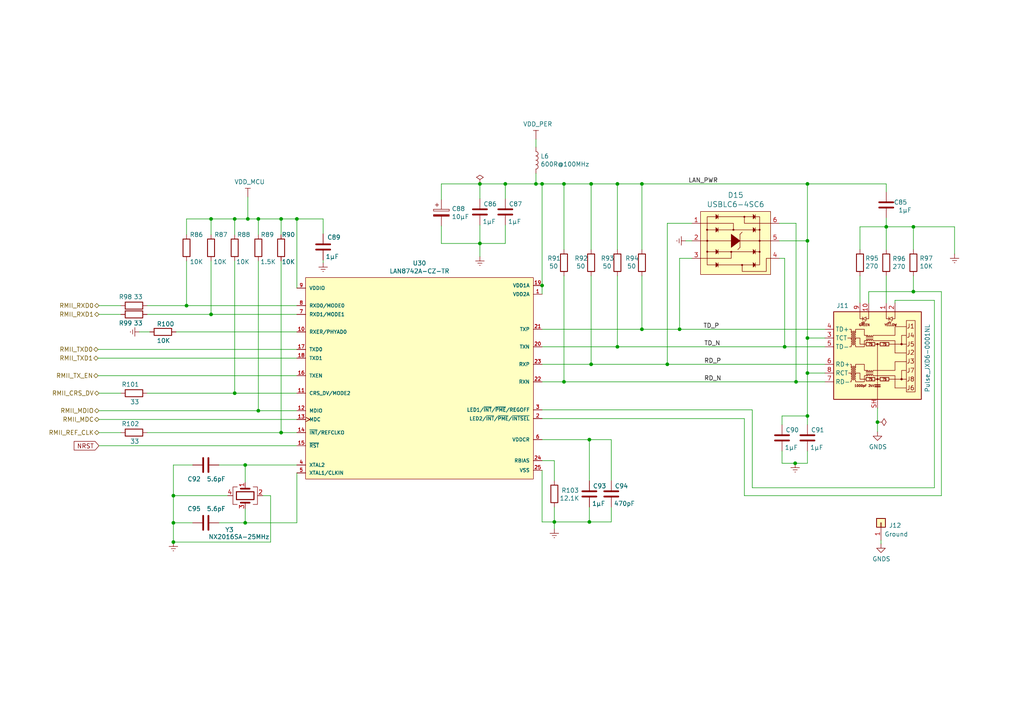
<source format=kicad_sch>
(kicad_sch (version 20211123) (generator eeschema)
  (paper "A4")
  (title_block (title "ШВУ") (date "2021-03-25") (rev "V0.3") (company "ЦВЕТМЕТНАЛАДКА") (comment 1 "Шустов В.И."))
  (lib_symbols
    (symbol "Connector:Pulse_JXD6-0001NL"
      (property "Reference" "J" (at 12.7 13.97 0))
      (property "Value" "Pulse_JXD6-0001NL" (at 10.414 -14.224 0))
      (symbol "Pulse_JXD6-0001NL_0_0"
        (rectangle (start -12.7 12.7) (end 12.7 -12.7) (stroke (width 0.254)) (fill (type background)))
        (polyline (pts (xy -3.302 -6.858) (xy -8.382 -6.858)))
        (polyline (pts (xy -3.302 3.302) (xy -8.382 3.302)))
        (polyline (pts (xy 8.382 -5.08) (xy 7.62 -5.08)))
        (polyline (pts (xy 8.636 5.08) (xy 7.62 5.08)))
        (polyline (pts (xy 1.27 -4.318) (xy -5.08 -4.318) (xy -5.08 -1.778) (xy -8.382 -1.778)))
        (polyline (pts (xy 1.27 5.842) (xy -5.08 5.842) (xy -5.08 8.382) (xy -8.382 8.382)))
        (polyline (pts (xy 3.302 -6.858) (xy 5.08 -6.858) (xy 5.08 -5.08) (xy 6.35 -5.08)))
        (polyline (pts (xy 3.302 3.302) (xy 5.08 3.302) (xy 5.08 5.08) (xy 6.35 5.08)))
        (text "1000pF 2kV" (at 3.81 -8.763 0) (effects (font (size 0.635 0.635))))
        (text "75" (at -2.032 -6.858 0) (effects (font (size 0.635 0.635))))
        (text "75" (at -2.032 3.302 0) (effects (font (size 0.635 0.635))))
        (text "75" (at 2.032 -6.858 0) (effects (font (size 0.635 0.635))))
        (text "75" (at 2.032 3.302 0) (effects (font (size 0.635 0.635))))
        (text "GREEN" (at 3.81 8.89 0) (effects (font (size 0.635 0.635))))
        (text "J1" (at -10.795 8.509 0) (effects (font (size 1.27 1.27)) (justify left)))
        (text "J2" (at -10.795 0.889 0) (effects (font (size 1.27 1.27)) (justify left)))
        (text "J3" (at -10.795 -1.651 0) (effects (font (size 1.27 1.27)) (justify left)))
        (text "J4" (at -10.795 5.842 0) (effects (font (size 1.27 1.27)) (justify left)))
        (text "J5" (at -10.795 3.302 0) (effects (font (size 1.27 1.27)) (justify left)))
        (text "J6" (at -10.795 -9.398 0) (effects (font (size 1.27 1.27)) (justify left)))
        (text "J7" (at -10.795 -4.318 0) (effects (font (size 1.27 1.27)) (justify left)))
        (text "J8" (at -10.795 -6.858 0) (effects (font (size 1.27 1.27)) (justify left)))
        (text "YELLOW" (at -3.81 8.89 0) (effects (font (size 0.635 0.635))))
      )
      (symbol "Pulse_JXD6-0001NL_0_1"
        (rectangle (start -8.382 -10.541) (end -10.922 10.16))
        (circle (center -6.985 -6.858) (radius 0.254) (fill (type outline)))
        (circle (center -6.985 3.302) (radius 0.254) (fill (type outline)))
        (rectangle (start -3.302 -7.366) (end -0.762 -6.35) (stroke (width 0.2032)))
        (rectangle (start -3.302 2.794) (end -0.762 3.81) (stroke (width 0.2032)))
        (circle (center 0 -6.858) (radius 0.254) (fill (type outline)))
        (polyline (pts (xy -5.08 -9.398) (xy -8.255 -9.398)))
        (polyline (pts (xy -5.08 0.762) (xy -8.255 0.762)))
        (polyline (pts (xy -3.556 9.398) (xy -4.064 9.906)))
        (polyline (pts (xy -3.302 11.176) (xy -3.302 10.16)))
        (polyline (pts (xy -3.048 9.398) (xy -3.556 9.906)))
        (polyline (pts (xy -0.762 -9.017) (xy 0.762 -9.017)) (stroke (width 0.3302)))
        (polyline (pts (xy -0.762 -8.509) (xy 0.762 -8.509)) (stroke (width 0.3048)))
        (polyline (pts (xy 0 3.302) (xy -0.762 3.302)))
        (polyline (pts (xy 0.762 -6.858) (xy -0.762 -6.858)))
        (polyline (pts (xy 1.27 -5.334) (xy 3.302 -5.334)))
        (polyline (pts (xy 1.27 4.826) (xy 3.302 4.826)))
        (polyline (pts (xy 3.302 -4.826) (xy 1.27 -4.826)))
        (polyline (pts (xy 3.302 5.334) (xy 1.27 5.334)))
        (polyline (pts (xy 4.064 9.398) (xy 3.556 9.906)))
        (polyline (pts (xy 4.318 11.176) (xy 4.318 10.16)))
        (polyline (pts (xy 4.572 9.398) (xy 4.064 9.906)))
        (polyline (pts (xy 6.858 -3.048) (xy 6.858 -7.112)))
        (polyline (pts (xy 6.858 7.112) (xy 6.858 3.048)))
        (polyline (pts (xy 7.112 -7.112) (xy 7.112 -3.048)))
        (polyline (pts (xy 7.112 3.048) (xy 7.112 7.112)))
        (polyline (pts (xy -6.985 -6.858) (xy -6.985 -4.318) (xy -8.255 -4.318)))
        (polyline (pts (xy -6.985 3.302) (xy -6.985 5.842) (xy -8.255 5.842)))
        (polyline (pts (xy -5.08 12.7) (xy -5.08 10.668) (xy -4.318 10.668)))
        (polyline (pts (xy -3.556 9.652) (xy -3.556 9.398) (xy -3.81 9.398)))
        (polyline (pts (xy -3.048 9.652) (xy -3.048 9.398) (xy -3.302 9.398)))
        (polyline (pts (xy -2.54 12.7) (xy -2.54 10.668) (xy -3.302 10.668)))
        (polyline (pts (xy 0 -12.7) (xy 0 3.302) (xy 0.635 3.302)))
        (polyline (pts (xy 1.27 -5.842) (xy -5.08 -5.842) (xy -5.08 -9.398)))
        (polyline (pts (xy 1.27 4.318) (xy -5.08 4.318) (xy -5.08 0.762)))
        (polyline (pts (xy 2.54 12.7) (xy 2.54 10.668) (xy 3.302 10.668)))
        (polyline (pts (xy 4.064 9.652) (xy 4.064 9.398) (xy 3.81 9.398)))
        (polyline (pts (xy 4.572 9.652) (xy 4.572 9.398) (xy 4.318 9.398)))
        (polyline (pts (xy 5.08 12.7) (xy 5.08 10.668) (xy 4.318 10.668)))
        (polyline (pts (xy 7.62 -7.112) (xy 7.62 -7.62) (xy 7.874 -7.62)))
        (polyline (pts (xy 7.62 -3.048) (xy 7.62 -2.54) (xy 7.874 -2.54)))
        (polyline (pts (xy 7.62 3.048) (xy 7.62 2.54) (xy 8.128 2.54)))
        (polyline (pts (xy 7.62 7.112) (xy 7.62 7.62) (xy 8.128 7.62)))
        (polyline (pts (xy -3.302 10.668) (xy -4.318 11.176) (xy -4.318 10.16) (xy -3.302 10.668)))
        (polyline (pts (xy 4.318 10.668) (xy 3.302 11.176) (xy 3.302 10.16) (xy 4.318 10.668)))
        (polyline (pts (xy 3.302 -4.318) (xy 3.81 -4.318) (xy 3.81 -2.54) (xy 6.35 -2.54) (xy 6.35 -3.048)))
        (polyline (pts (xy 3.302 5.842) (xy 3.81 5.842) (xy 3.81 7.62) (xy 6.35 7.62) (xy 6.35 7.112)))
        (polyline (pts (xy 6.35 -7.112) (xy 6.35 -7.62) (xy 3.81 -7.62) (xy 3.81 -5.842) (xy 3.302 -5.842)))
        (polyline (pts (xy 6.35 3.048) (xy 6.35 2.54) (xy 3.81 2.54) (xy 3.81 4.318) (xy 3.302 4.318)))
        (circle (center 0 3.302) (radius 0.254) (fill (type outline)))
        (rectangle (start 0.762 -7.366) (end 3.302 -6.35) (stroke (width 0.2032)))
        (rectangle (start 0.762 2.794) (end 3.302 3.81) (stroke (width 0.2032)))
        (arc (start 1.27 -4.318) (mid 1.524 -4.572) (end 1.778 -4.318))
        (arc (start 1.27 5.842) (mid 1.524 5.588) (end 1.778 5.842))
        (arc (start 1.778 -5.842) (mid 1.524 -5.588) (end 1.27 -5.842))
        (arc (start 1.778 -4.318) (mid 2.032 -4.572) (end 2.286 -4.318))
        (arc (start 1.778 4.318) (mid 1.524 4.572) (end 1.27 4.318))
        (arc (start 1.778 5.842) (mid 2.032 5.588) (end 2.286 5.842))
        (arc (start 2.286 -5.842) (mid 2.032 -5.588) (end 1.778 -5.842))
        (arc (start 2.286 -4.318) (mid 2.54 -4.572) (end 2.794 -4.318))
        (arc (start 2.286 4.318) (mid 2.032 4.572) (end 1.778 4.318))
        (arc (start 2.286 5.842) (mid 2.54 5.588) (end 2.794 5.842))
        (arc (start 2.794 -5.842) (mid 2.54 -5.588) (end 2.286 -5.842))
        (arc (start 2.794 -4.318) (mid 3.048 -4.572) (end 3.302 -4.318))
        (arc (start 2.794 4.318) (mid 2.54 4.572) (end 2.286 4.318))
        (arc (start 2.794 5.842) (mid 3.048 5.588) (end 3.302 5.842))
        (circle (center 3.048 -5.8674) (radius 0.0762) (stroke (width 0.0254)) (fill (type outline)))
        (circle (center 3.048 -4.2926) (radius 0.0762) (stroke (width 0.0254)) (fill (type outline)))
        (circle (center 3.048 4.2926) (radius 0.0762) (stroke (width 0.0254)) (fill (type outline)))
        (circle (center 3.048 5.8674) (radius 0.0762) (stroke (width 0.0254)) (fill (type outline)))
        (arc (start 3.302 -5.842) (mid 3.048 -5.588) (end 2.794 -5.842))
        (arc (start 3.302 4.318) (mid 3.048 4.572) (end 2.794 4.318))
        (circle (center 6.3246 -5.334) (radius 0.0762) (stroke (width 0.0254)) (fill (type outline)))
        (circle (center 6.3246 -3.302) (radius 0.0762) (stroke (width 0.0254)) (fill (type outline)))
        (circle (center 6.3246 4.826) (radius 0.0762) (stroke (width 0.0254)) (fill (type outline)))
        (circle (center 6.3246 6.858) (radius 0.0762) (stroke (width 0.0254)) (fill (type outline)))
        (arc (start 6.35 -7.112) (mid 6.604 -6.858) (end 6.35 -6.604))
        (arc (start 6.35 -6.604) (mid 6.604 -6.35) (end 6.35 -6.096))
        (arc (start 6.35 -6.096) (mid 6.604 -5.842) (end 6.35 -5.588))
        (arc (start 6.35 -5.588) (mid 6.604 -5.334) (end 6.35 -5.08))
        (arc (start 6.35 -5.08) (mid 6.604 -4.826) (end 6.35 -4.572))
        (arc (start 6.35 -4.572) (mid 6.604 -4.318) (end 6.35 -4.064))
        (arc (start 6.35 -4.064) (mid 6.604 -3.81) (end 6.35 -3.556))
        (arc (start 6.35 -3.556) (mid 6.604 -3.302) (end 6.35 -3.048))
        (arc (start 6.35 3.048) (mid 6.604 3.302) (end 6.35 3.556))
        (arc (start 6.35 3.556) (mid 6.604 3.81) (end 6.35 4.064))
        (arc (start 6.35 4.064) (mid 6.604 4.318) (end 6.35 4.572))
        (arc (start 6.35 4.572) (mid 6.604 4.826) (end 6.35 5.08))
        (arc (start 6.35 5.08) (mid 6.604 5.334) (end 6.35 5.588))
        (arc (start 6.35 5.588) (mid 6.604 5.842) (end 6.35 6.096))
        (arc (start 6.35 6.096) (mid 6.604 6.35) (end 6.35 6.604))
        (arc (start 6.35 6.604) (mid 6.604 6.858) (end 6.35 7.112))
        (arc (start 7.62 -6.604) (mid 7.366 -6.858) (end 7.62 -7.112))
        (arc (start 7.62 -6.096) (mid 7.366 -6.35) (end 7.62 -6.604))
        (arc (start 7.62 -5.588) (mid 7.366 -5.842) (end 7.62 -6.096))
        (arc (start 7.62 -5.08) (mid 7.366 -5.334) (end 7.62 -5.588))
        (arc (start 7.62 -4.572) (mid 7.366 -4.826) (end 7.62 -5.08))
        (arc (start 7.62 -4.064) (mid 7.366 -4.318) (end 7.62 -4.572))
        (arc (start 7.62 -3.556) (mid 7.366 -3.81) (end 7.62 -4.064))
        (arc (start 7.62 -3.048) (mid 7.366 -3.302) (end 7.62 -3.556))
        (arc (start 7.62 3.556) (mid 7.366 3.302) (end 7.62 3.048))
        (arc (start 7.62 4.064) (mid 7.366 3.81) (end 7.62 3.556))
        (arc (start 7.62 4.572) (mid 7.366 4.318) (end 7.62 4.064))
        (arc (start 7.62 5.08) (mid 7.366 4.826) (end 7.62 4.572))
        (arc (start 7.62 5.588) (mid 7.366 5.334) (end 7.62 5.08))
        (arc (start 7.62 6.096) (mid 7.366 5.842) (end 7.62 5.588))
        (arc (start 7.62 6.604) (mid 7.366 6.35) (end 7.62 6.096))
        (arc (start 7.62 7.112) (mid 7.366 6.858) (end 7.62 6.604))
        (circle (center 7.6454 -5.334) (radius 0.0762) (stroke (width 0.0254)) (fill (type outline)))
        (circle (center 7.6454 -3.302) (radius 0.0762) (stroke (width 0.0254)) (fill (type outline)))
        (circle (center 7.6454 4.826) (radius 0.0762) (stroke (width 0.0254)) (fill (type outline)))
        (circle (center 7.6454 6.858) (radius 0.0762) (stroke (width 0.0254)) (fill (type outline)))
      )
      (symbol "Pulse_JXD6-0001NL_1_1"
        (pin passive line (at -2.54 15.24 270) (length 2.54) (name "~") (number "1"))
        (pin passive line (at 2.54 15.24 270) (length 2.54) (name "~") (number "10"))
        (pin passive line (at -5.08 15.24 270) (length 2.54) (name "~") (number "2"))
        (pin passive line (at 15.24 5.08 180) (length 2.54) (name "TCT") (number "3"))
        (pin passive line (at 15.24 7.62 180) (length 2.54) (name "TD+") (number "4"))
        (pin passive line (at 15.24 2.54 180) (length 2.54) (name "TD-") (number "5"))
        (pin passive line (at 15.24 -2.54 180) (length 2.54) (name "RD+") (number "6"))
        (pin passive line (at 15.24 -7.62 180) (length 2.54) (name "RD-") (number "7"))
        (pin passive line (at 15.24 -5.08 180) (length 2.54) (name "RCT") (number "8"))
        (pin passive line (at 5.08 15.24 270) (length 2.54) (name "~") (number "9"))
        (pin passive line (at 0 -15.24 90) (length 2.54) (name "~") (number "SH"))
      )
    )
    (symbol "Connector_Generic:Conn_01x01" (pin_names (offset 1.016) hide)
      (property "Reference" "J" (at 0 2.54 0))
      (property "Value" "Conn_01x01" (at 0 -2.54 0))
      (symbol "Conn_01x01_1_1"
        (rectangle (start -1.27 0.127) (end 0 -0.127) (stroke (width 0.1524)))
        (rectangle (start -1.27 1.27) (end 1.27 -1.27) (stroke (width 0.254)) (fill (type background)))
        (pin passive line (at -5.08 0 0) (length 3.81) (name "Pin_1") (number "1"))
      )
    )
    (symbol "Device:C" (pin_numbers hide) (pin_names (offset 0.254))
      (property "Reference" "C" (at 0.635 2.54 0))
      (property "Value" "C" (at 0.635 -2.54 0))
      (symbol "C_0_1"
        (polyline (pts (xy -2.032 -0.762) (xy 2.032 -0.762)) (stroke (width 0.508)))
        (polyline (pts (xy -2.032 0.762) (xy 2.032 0.762)) (stroke (width 0.508)))
      )
      (symbol "C_1_1"
        (pin passive line (at 0 3.81 270) (length 2.794) (name "~") (number "1"))
        (pin passive line (at 0 -3.81 90) (length 2.794) (name "~") (number "2"))
      )
    )
    (symbol "Device:CP" (pin_numbers hide) (pin_names (offset 0.254))
      (property "Reference" "C" (at 0.635 2.54 0))
      (property "Value" "Device_CP" (at 0.635 -2.54 0))
      (symbol "CP_0_1"
        (rectangle (start -2.286 0.508) (end 2.286 1.016))
        (polyline (pts (xy -1.778 2.286) (xy -0.762 2.286)))
        (polyline (pts (xy -1.27 2.794) (xy -1.27 1.778)))
        (rectangle (start 2.286 -0.508) (end -2.286 -1.016) (fill (type outline)))
      )
      (symbol "CP_1_1"
        (pin passive line (at 0 3.81 270) (length 2.794) (name "~") (number "1"))
        (pin passive line (at 0 -3.81 90) (length 2.794) (name "~") (number "2"))
      )
    )
    (symbol "Device:Crystal_GND24" (pin_names (offset 1.016) hide)
      (property "Reference" "Y" (at 3.175 5.08 0))
      (property "Value" "Crystal_GND24" (at 3.175 3.175 0))
      (symbol "Crystal_GND24_0_1"
        (rectangle (start -1.143 2.54) (end 1.143 -2.54) (stroke (width 0.3048)))
        (polyline (pts (xy -2.54 0) (xy -2.032 0)))
        (polyline (pts (xy -2.032 -1.27) (xy -2.032 1.27)) (stroke (width 0.508)))
        (polyline (pts (xy 0 -3.81) (xy 0 -3.556)))
        (polyline (pts (xy 0 3.556) (xy 0 3.81)))
        (polyline (pts (xy 2.032 -1.27) (xy 2.032 1.27)) (stroke (width 0.508)))
        (polyline (pts (xy 2.032 0) (xy 2.54 0)))
        (polyline (pts (xy -2.54 -2.286) (xy -2.54 -3.556) (xy 2.54 -3.556) (xy 2.54 -2.286)))
        (polyline (pts (xy -2.54 2.286) (xy -2.54 3.556) (xy 2.54 3.556) (xy 2.54 2.286)))
      )
      (symbol "Crystal_GND24_1_1"
        (pin passive line (at -3.81 0 0) (length 1.27) (name "1") (number "1"))
        (pin passive line (at 0 5.08 270) (length 1.27) (name "2") (number "2"))
        (pin passive line (at 3.81 0 180) (length 1.27) (name "3") (number "3"))
        (pin passive line (at 0 -5.08 90) (length 1.27) (name "4") (number "4"))
      )
    )
    (symbol "Device:L" (pin_numbers hide) (pin_names (offset 1.016) hide)
      (property "Reference" "L" (at -1.27 0 90))
      (property "Value" "L" (at 1.905 0 90))
      (symbol "L_0_1"
        (arc (start 0 -2.54) (mid 0.635 -1.905) (end 0 -1.27))
        (arc (start 0 -1.27) (mid 0.635 -0.635) (end 0 0))
        (arc (start 0 0) (mid 0.635 0.635) (end 0 1.27))
        (arc (start 0 1.27) (mid 0.635 1.905) (end 0 2.54))
      )
      (symbol "L_1_1"
        (pin passive line (at 0 3.81 270) (length 1.27) (name "1") (number "1"))
        (pin passive line (at 0 -3.81 90) (length 1.27) (name "2") (number "2"))
      )
    )
    (symbol "Device:R" (pin_numbers hide) (pin_names (offset 0))
      (property "Reference" "R" (at 2.032 0 90))
      (property "Value" "R" (at 0 0 90))
      (symbol "R_0_1"
        (rectangle (start -1.016 -2.54) (end 1.016 2.54) (stroke (width 0.254)))
      )
      (symbol "R_1_1"
        (pin passive line (at 0 3.81 270) (length 1.27) (name "~") (number "1"))
        (pin passive line (at 0 -3.81 90) (length 1.27) (name "~") (number "2"))
      )
    )
    (symbol "SVIELCOM_Library:VDD_MCU" (power) (pin_names (offset 0))
      (property "Value" "SVIELCOM_Library_VDD_MCU" (at 0 3.81 0))
      (symbol "VDD_MCU_0_1"
        (polyline (pts (xy -0.762 2.54) (xy 0 2.54)))
        (polyline (pts (xy 0 0) (xy 0 2.54)))
        (polyline (pts (xy 0 2.54) (xy 0.762 2.54)))
      )
      (symbol "VDD_MCU_1_1"
        (pin power_in line (at 0 0 90) (length 0) hide (name "VDD_MCU") (number "1"))
      )
    )
    (symbol "SVIELCOM_Library:VDD_PER" (power) (pin_names (offset 0))
      (property "Value" "SVIELCOM_Library_VDD_PER" (at 0 3.81 0))
      (symbol "VDD_PER_0_1"
        (polyline (pts (xy -0.762 2.54) (xy 0 2.54)))
        (polyline (pts (xy 0 0) (xy 0 2.54)))
        (polyline (pts (xy 0 2.54) (xy 0.762 2.54)))
      )
      (symbol "VDD_PER_1_1"
        (pin power_in line (at 0 0 90) (length 0) hide (name "VDD_PER") (number "1"))
      )
    )
    (symbol "Schema_and_PCB-rescue:LAN8742A-CZ-TR-Interface_Ethernet-Схема-и-печатная-плата-rescue" (pin_names (offset 1.016))
      (property "Reference" "U" (at 0 5.08 0))
      (property "Value" "LAN8742A-CZ-TR-Interface_Ethernet-Схема-и-печатная-плата-rescue" (at 0 7.62 0))
      (symbol "LAN8742A-CZ-TR-Interface_Ethernet-Схема-и-печатная-плата-rescue_1_1"
        (rectangle (start 5.08 2.54) (end 71.12 -55.88) (fill (type background)))
        (pin power_in line (at 73.66 -2.286 180) (length 2.54) (name "VDD2A") (number "1"))
        (pin bidirectional line (at 2.54 -13.208 0) (length 2.54) (name "RXER/PHYAD0") (number "10"))
        (pin bidirectional line (at 2.54 -30.988 0) (length 2.54) (name "CRS_DV/MODE2") (number "11"))
        (pin bidirectional line (at 2.54 -36.068 0) (length 2.54) (name "MDIO") (number "12"))
        (pin input clock (at 2.54 -38.608 0) (length 2.54) (name "MDC") (number "13"))
        (pin output line (at 2.54 -42.418 0) (length 2.54) (name "~{INT}/REFCLKO") (number "14"))
        (pin input line (at 2.54 -46.228 0) (length 2.54) (name "~{RST}") (number "15"))
        (pin input line (at 2.54 -25.908 0) (length 2.54) (name "TXEN") (number "16"))
        (pin input line (at 2.54 -18.288 0) (length 2.54) (name "TXD0") (number "17"))
        (pin input line (at 2.54 -20.828 0) (length 2.54) (name "TXD1") (number "18"))
        (pin power_in line (at 73.66 0.254 180) (length 2.54) (name "VDD1A") (number "19"))
        (pin bidirectional line (at 73.66 -38.354 180) (length 2.54) (name "LED2/~{INT}/~{PME}/~{INTSEL}") (number "2"))
        (pin output line (at 73.66 -17.526 180) (length 2.54) (name "TXN") (number "20"))
        (pin output line (at 73.66 -12.446 180) (length 2.54) (name "TXP") (number "21"))
        (pin input line (at 73.66 -27.686 180) (length 2.54) (name "RXN") (number "22"))
        (pin input line (at 73.66 -22.606 180) (length 2.54) (name "RXP") (number "23"))
        (pin passive line (at 73.66 -50.546 180) (length 2.54) (name "RBIAS") (number "24"))
        (pin power_in line (at 73.66 -53.34 180) (length 2.54) (name "VSS") (number "25"))
        (pin bidirectional line (at 73.66 -35.814 180) (length 2.54) (name "LED1/~{INT}/~{PME}/REGOFF") (number "3"))
        (pin output line (at 2.54 -51.816 0) (length 2.54) (name "XTAL2") (number "4"))
        (pin input line (at 2.54 -54.102 0) (length 2.54) (name "XTAL1/CLKIN") (number "5"))
        (pin power_out line (at 73.66 -44.45 180) (length 2.54) (name "VDDCR") (number "6"))
        (pin bidirectional line (at 2.54 -8.128 0) (length 2.54) (name "RXD1/MODE1") (number "7"))
        (pin bidirectional line (at 2.54 -5.588 0) (length 2.54) (name "RXD0/MODE0") (number "8"))
        (pin power_in line (at 2.54 -0.508 0) (length 2.54) (name "VDDIO") (number "9"))
      )
    )
    (symbol "dk_TVS-Diodes:USBLC6-4SC6" (pin_names (offset 1.016))
      (property "Reference" "D15" (at 0 13.2588 0))
      (property "Value" "USBLC6-4SC6" (at 0 10.5664 0))
      (symbol "USBLC6-4SC6_0_1"
        (rectangle (start -10.16 8.509) (end 10.16 -9.779) (fill (type background)))
        (circle (center -8.2804 3.2004) (radius 0.2032) (fill (type outline)))
        (circle (center -8.2296 -3.1496) (radius 0.2032) (fill (type outline)))
        (circle (center -8.2296 0) (radius 0.2032) (fill (type outline)))
        (circle (center -1.27 -3.2004) (radius 0.2032) (fill (type outline)))
        (circle (center -0.635 3.2004) (radius 0.2032) (fill (type outline)))
        (polyline (pts (xy -5.715 -3.175) (xy -8.255 -3.175)))
        (polyline (pts (xy -5.715 3.175) (xy -8.255 3.175)))
        (polyline (pts (xy -5.08 -6.985) (xy 5.08 -6.985)))
        (polyline (pts (xy -5.08 -6.35) (xy -5.08 -7.62)))
        (polyline (pts (xy -5.08 -3.175) (xy 5.08 -3.175)))
        (polyline (pts (xy -5.08 -2.54) (xy -5.08 -3.81)))
        (polyline (pts (xy -5.08 3.175) (xy 5.08 3.175)))
        (polyline (pts (xy -5.08 3.81) (xy -5.08 2.54)))
        (polyline (pts (xy -5.08 6.985) (xy 5.08 6.985)))
        (polyline (pts (xy -5.08 7.62) (xy -5.08 6.35)))
        (polyline (pts (xy 1.27 -1.905) (xy 0.635 -2.54)))
        (polyline (pts (xy 1.27 1.905) (xy 1.27 -1.905)))
        (polyline (pts (xy 1.27 1.905) (xy 1.905 2.54)))
        (polyline (pts (xy 5.715 -6.35) (xy 5.715 -7.62)))
        (polyline (pts (xy 5.715 -3.175) (xy 6.985 -3.175)))
        (polyline (pts (xy 5.715 -2.54) (xy 5.715 -3.81)))
        (polyline (pts (xy 5.715 3.175) (xy 6.985 3.175)))
        (polyline (pts (xy 5.715 3.81) (xy 5.715 2.54)))
        (polyline (pts (xy 5.715 6.35) (xy 5.715 6.35)))
        (polyline (pts (xy 5.715 7.62) (xy 5.715 6.35)))
        (polyline (pts (xy 6.985 0) (xy 1.27 0)))
        (polyline (pts (xy 6.985 3.175) (xy 6.985 3.175)))
        (polyline (pts (xy 10.16 0) (xy 6.985 0)))
        (polyline (pts (xy -10.16 -5.08) (xy -1.27 -5.08) (xy -1.27 -3.175)))
        (polyline (pts (xy -10.16 0) (xy -8.255 0) (xy -1.27 0)))
        (polyline (pts (xy -10.16 5.08) (xy -0.635 5.08) (xy -0.635 3.175)))
        (polyline (pts (xy 10.16 5.08) (xy 2.54 5.08) (xy 2.54 6.985)))
        (polyline (pts (xy -5.715 -6.35) (xy -5.715 -7.62) (xy -5.08 -6.985) (xy -5.715 -6.35)) (fill (type outline)))
        (polyline (pts (xy -5.715 -2.54) (xy -5.715 -3.81) (xy -5.08 -3.175) (xy -5.715 -2.54)) (fill (type outline)))
        (polyline (pts (xy -5.715 3.81) (xy -5.715 2.54) (xy -5.08 3.175) (xy -5.715 3.81)) (fill (type outline)))
        (polyline (pts (xy -5.715 7.62) (xy -5.715 6.35) (xy -5.08 6.985) (xy -5.715 7.62)) (fill (type outline)))
        (polyline (pts (xy -1.27 1.905) (xy -1.27 -1.905) (xy 1.27 0) (xy -1.27 1.905)) (fill (type outline)))
        (polyline (pts (xy 5.08 -6.35) (xy 5.08 -7.62) (xy 5.715 -6.985) (xy 5.08 -6.35)) (fill (type outline)))
        (polyline (pts (xy 5.08 -2.54) (xy 5.08 -3.81) (xy 5.715 -3.175) (xy 5.08 -2.54)) (fill (type outline)))
        (polyline (pts (xy 5.08 3.81) (xy 5.08 2.54) (xy 5.715 3.175) (xy 5.08 3.81)) (fill (type outline)))
        (polyline (pts (xy 5.08 7.62) (xy 5.08 6.35) (xy 5.715 6.985) (xy 5.08 7.62)) (fill (type outline)))
        (polyline (pts (xy 10.16 -5.08) (xy 8.89 -5.08) (xy 8.89 -8.89) (xy 1.905 -8.89) (xy 1.905 -6.985)))
        (circle (center 1.8796 -7.0104) (radius 0.2032) (fill (type outline)))
        (circle (center 2.54 6.9596) (radius 0.2032) (fill (type outline)))
        (circle (center 6.9596 -3.2004) (radius 0.2032) (fill (type outline)))
        (circle (center 6.9596 0) (radius 0.2032) (fill (type outline)))
        (circle (center 6.9596 3.2004) (radius 0.2032) (fill (type outline)))
      )
      (symbol "USBLC6-4SC6_1_1"
        (polyline (pts (xy -5.715 6.985) (xy -8.255 6.985) (xy -8.255 -6.985) (xy -5.715 -6.985)))
        (polyline (pts (xy 5.715 -6.985) (xy 6.985 -6.985) (xy 6.985 6.985) (xy 5.715 6.985)))
        (pin input line (at -12.7 5.08 0) (length 2.54) (name "~") (number "1"))
        (pin power_in line (at -12.7 0 0) (length 2.54) (name "~") (number "2"))
        (pin input line (at -12.7 -5.08 0) (length 2.54) (name "~") (number "3"))
        (pin input line (at 12.7 -5.08 180) (length 2.54) (name "~") (number "4"))
        (pin power_in line (at 12.7 0 180) (length 2.54) (name "~") (number "5"))
        (pin input line (at 12.7 5.08 180) (length 2.54) (name "~") (number "6"))
      )
    )
    (symbol "power:GNDREF" (power) (pin_names (offset 0))
      (property "Value" "GNDREF" (at 0 -3.81 0))
      (symbol "GNDREF_0_1"
        (polyline (pts (xy -0.635 -1.905) (xy 0.635 -1.905)))
        (polyline (pts (xy -0.127 -2.54) (xy 0.127 -2.54)))
        (polyline (pts (xy 0 -1.27) (xy 0 0)))
        (polyline (pts (xy 1.27 -1.27) (xy -1.27 -1.27)))
      )
      (symbol "GNDREF_1_1"
        (pin power_in line (at 0 0 270) (length 0) hide (name "GNDREF") (number "1"))
      )
    )
    (symbol "power:GNDS" (power) (pin_names (offset 0))
      (property "Value" "GNDS" (at 0 -3.81 0))
      (symbol "GNDS_0_1"
        (polyline (pts (xy 0 0) (xy 0 -1.27) (xy 1.27 -1.27) (xy 0 -2.54) (xy -1.27 -1.27) (xy 0 -1.27)))
      )
      (symbol "GNDS_1_1"
        (pin power_in line (at 0 0 270) (length 0) hide (name "GNDS") (number "1"))
      )
    )
    (symbol "power:PWR_FLAG" (power) (pin_numbers hide) (pin_names (offset 0) hide)
      (property "Value" "PWR_FLAG" (at 0 3.81 0))
      (symbol "PWR_FLAG_0_0"
        (pin power_out line (at 0 0 90) (length 0) (name "pwr") (number "1"))
      )
      (symbol "PWR_FLAG_0_1"
        (polyline (pts (xy 0 0) (xy 0 1.27) (xy -1.016 1.905) (xy 0 2.54) (xy 1.016 1.905) (xy 0 1.27)))
      )
    )
  )
  (junction (at 227.584 100.584))
  (junction (at 163.576 110.744))
  (junction (at 74.93 63.5))
  (junction (at 234.188 69.85))
  (junction (at 163.576 53.34))
  (junction (at 234.188 108.204))
  (junction (at 86.106 63.5))
  (junction (at 139.192 53.34))
  (junction (at 155.448 53.34))
  (junction (at 234.188 53.34))
  (junction (at 61.214 63.5))
  (junction (at 193.548 105.664))
  (junction (at 234.188 98.044))
  (junction (at 68.072 63.5))
  (junction (at 230.886 110.744))
  (junction (at 71.12 151.638))
  (junction (at 254.508 122.428))
  (junction (at 257.048 65.786))
  (junction (at 61.214 91.186))
  (junction (at 81.534 63.5))
  (junction (at 71.882 63.5))
  (junction (at 54.102 88.646))
  (junction (at 171.45 53.34))
  (junction (at 139.192 70.612))
  (junction (at 50.292 143.764))
  (junction (at 264.922 84.582))
  (junction (at 81.534 125.476))
  (junction (at 179.07 53.34))
  (junction (at 68.072 114.046))
  (junction (at 157.226 82.804))
  (junction (at 197.104 95.504))
  (junction (at 230.632 134.366))
  (junction (at 170.942 127.508))
  (junction (at 160.782 151.384))
  (junction (at 186.182 53.34))
  (junction (at 179.07 100.584))
  (junction (at 146.558 53.34))
  (junction (at 186.182 95.504))
  (junction (at 71.12 134.874))
  (junction (at 50.292 157.226))
  (junction (at 74.93 119.126))
  (junction (at 234.188 120.65))
  (junction (at 264.922 65.786))
  (junction (at 171.45 105.664))
  (junction (at 50.292 151.638))
  (junction (at 157.226 53.34))
  (junction (at 170.942 151.384))
  (wire (pts (xy 128.016 53.34) (xy 139.192 53.34)))
  (wire (pts (xy 157.226 127.508) (xy 170.942 127.508)))
  (wire (pts (xy 54.102 88.646) (xy 86.106 88.646)))
  (wire (pts (xy 155.448 50.292) (xy 155.448 53.34)))
  (wire (pts (xy 257.048 80.01) (xy 257.048 87.884)))
  (wire (pts (xy 74.93 119.126) (xy 86.106 119.126)))
  (wire (pts (xy 28.448 101.346) (xy 86.106 101.346)))
  (wire (pts (xy 226.06 64.77) (xy 230.886 64.77)))
  (wire (pts (xy 179.07 53.34) (xy 171.45 53.34)))
  (wire (pts (xy 155.448 53.34) (xy 157.226 53.34)))
  (wire (pts (xy 226.822 134.366) (xy 230.632 134.366)))
  (wire (pts (xy 273.05 84.582) (xy 273.05 143.764)))
  (wire (pts (xy 42.672 125.476) (xy 81.534 125.476)))
  (wire (pts (xy 42.672 88.646) (xy 54.102 88.646)))
  (wire (pts (xy 157.226 133.604) (xy 160.782 133.604)))
  (wire (pts (xy 193.548 105.664) (xy 239.268 105.664)))
  (wire (pts (xy 74.93 63.5) (xy 81.534 63.5)))
  (wire (pts (xy 157.226 53.34) (xy 163.576 53.34)))
  (wire (pts (xy 128.016 70.612) (xy 139.192 70.612)))
  (wire (pts (xy 200.66 64.77) (xy 193.548 64.77)))
  (wire (pts (xy 197.104 95.504) (xy 239.268 95.504)))
  (wire (pts (xy 86.106 103.886) (xy 28.448 103.886)))
  (wire (pts (xy 81.534 68.072) (xy 81.534 63.5)))
  (wire (pts (xy 139.192 74.422) (xy 139.192 70.612)))
  (wire (pts (xy 28.448 108.966) (xy 86.106 108.966)))
  (wire (pts (xy 146.558 70.612) (xy 146.558 65.278)))
  (wire (pts (xy 160.782 151.384) (xy 170.942 151.384)))
  (wire (pts (xy 54.102 63.5) (xy 61.214 63.5)))
  (wire (pts (xy 264.922 72.39) (xy 264.922 65.786)))
  (wire (pts (xy 226.06 74.93) (xy 227.584 74.93)))
  (wire (pts (xy 226.06 69.85) (xy 234.188 69.85)))
  (wire (pts (xy 139.192 53.34) (xy 146.558 53.34)))
  (wire (pts (xy 257.048 65.786) (xy 257.048 72.39)))
  (wire (pts (xy 157.226 85.344) (xy 157.226 82.804)))
  (wire (pts (xy 239.268 98.044) (xy 234.188 98.044)))
  (wire (pts (xy 160.782 153.416) (xy 160.782 151.384)))
  (wire (pts (xy 234.188 53.34) (xy 234.188 69.85)))
  (wire (pts (xy 78.486 143.764) (xy 78.486 157.226)))
  (wire (pts (xy 179.07 100.584) (xy 227.584 100.584)))
  (wire (pts (xy 276.86 73.66) (xy 276.86 65.786)))
  (wire (pts (xy 230.886 64.77) (xy 230.886 110.744)))
  (wire (pts (xy 93.726 75.438) (xy 93.726 76.2)))
  (wire (pts (xy 61.214 91.186) (xy 86.106 91.186)))
  (wire (pts (xy 171.45 105.664) (xy 193.548 105.664)))
  (wire (pts (xy 71.12 151.638) (xy 71.12 147.574)))
  (wire (pts (xy 226.822 120.65) (xy 234.188 120.65)))
  (wire (pts (xy 259.588 87.122) (xy 259.588 87.884)))
  (wire (pts (xy 50.292 143.764) (xy 50.292 151.638)))
  (wire (pts (xy 264.922 84.582) (xy 273.05 84.582)))
  (wire (pts (xy 234.188 53.34) (xy 186.182 53.34)))
  (wire (pts (xy 128.016 57.912) (xy 128.016 53.34)))
  (wire (pts (xy 28.702 91.186) (xy 35.052 91.186)))
  (wire (pts (xy 42.672 91.186) (xy 61.214 91.186)))
  (wire (pts (xy 276.86 65.786) (xy 264.922 65.786)))
  (wire (pts (xy 163.576 53.34) (xy 163.576 72.39)))
  (wire (pts (xy 177.292 151.384) (xy 177.292 147.066)))
  (wire (pts (xy 40.386 96.266) (xy 43.434 96.266)))
  (wire (pts (xy 257.048 55.626) (xy 257.048 53.34)))
  (wire (pts (xy 234.188 134.366) (xy 234.188 130.81)))
  (wire (pts (xy 50.292 134.874) (xy 50.292 143.764)))
  (wire (pts (xy 257.048 63.246) (xy 257.048 65.786)))
  (wire (pts (xy 28.702 129.286) (xy 86.106 129.286)))
  (wire (pts (xy 61.214 63.5) (xy 68.072 63.5)))
  (wire (pts (xy 163.576 110.744) (xy 230.886 110.744)))
  (wire (pts (xy 71.882 57.15) (xy 71.882 63.5)))
  (wire (pts (xy 54.102 68.072) (xy 54.102 63.5)))
  (wire (pts (xy 186.182 53.34) (xy 179.07 53.34)))
  (wire (pts (xy 226.822 130.81) (xy 226.822 134.366)))
  (wire (pts (xy 254.508 122.428) (xy 254.508 118.364)))
  (wire (pts (xy 146.558 57.658) (xy 146.558 53.34)))
  (wire (pts (xy 50.292 143.764) (xy 66.04 143.764)))
  (wire (pts (xy 157.226 82.804) (xy 157.226 53.34)))
  (wire (pts (xy 51.054 96.266) (xy 86.106 96.266)))
  (wire (pts (xy 28.702 114.046) (xy 35.052 114.046)))
  (wire (pts (xy 157.226 100.584) (xy 179.07 100.584)))
  (wire (pts (xy 160.782 133.604) (xy 160.782 139.446)))
  (wire (pts (xy 271.018 141.478) (xy 271.018 87.122)))
  (wire (pts (xy 157.226 151.384) (xy 160.782 151.384)))
  (wire (pts (xy 28.702 119.126) (xy 74.93 119.126)))
  (wire (pts (xy 215.9 121.412) (xy 157.226 121.412)))
  (wire (pts (xy 160.782 151.384) (xy 160.782 147.066)))
  (wire (pts (xy 264.922 80.01) (xy 264.922 84.582)))
  (wire (pts (xy 163.576 80.01) (xy 163.576 110.744)))
  (wire (pts (xy 81.534 75.692) (xy 81.534 125.476)))
  (wire (pts (xy 251.968 84.582) (xy 264.922 84.582)))
  (wire (pts (xy 63.5 134.874) (xy 71.12 134.874)))
  (wire (pts (xy 28.702 88.646) (xy 35.052 88.646)))
  (wire (pts (xy 157.226 95.504) (xy 186.182 95.504)))
  (wire (pts (xy 155.448 40.386) (xy 155.448 42.672)))
  (wire (pts (xy 227.584 74.93) (xy 227.584 100.584)))
  (wire (pts (xy 50.292 157.226) (xy 78.486 157.226)))
  (wire (pts (xy 179.07 72.39) (xy 179.07 53.34)))
  (wire (pts (xy 157.226 105.664) (xy 171.45 105.664)))
  (wire (pts (xy 61.214 75.692) (xy 61.214 91.186)))
  (wire (pts (xy 50.292 151.638) (xy 55.88 151.638)))
  (wire (pts (xy 157.226 118.872) (xy 218.186 118.872)))
  (wire (pts (xy 86.106 83.566) (xy 86.106 63.5)))
  (wire (pts (xy 273.05 143.764) (xy 215.9 143.764)))
  (wire (pts (xy 86.106 63.5) (xy 93.726 63.5)))
  (wire (pts (xy 74.93 68.072) (xy 74.93 63.5)))
  (wire (pts (xy 257.048 53.34) (xy 234.188 53.34)))
  (wire (pts (xy 179.07 80.01) (xy 179.07 100.584)))
  (wire (pts (xy 68.072 75.692) (xy 68.072 114.046)))
  (wire (pts (xy 255.524 156.718) (xy 255.524 157.734)))
  (wire (pts (xy 71.882 63.5) (xy 74.93 63.5)))
  (wire (pts (xy 234.188 98.044) (xy 234.188 108.204)))
  (wire (pts (xy 227.584 100.584) (xy 239.268 100.584)))
  (wire (pts (xy 139.192 65.278) (xy 139.192 70.612)))
  (wire (pts (xy 170.942 127.508) (xy 177.292 127.508)))
  (wire (pts (xy 50.292 157.226) (xy 50.292 151.638)))
  (wire (pts (xy 170.942 139.446) (xy 170.942 127.508)))
  (wire (pts (xy 157.226 136.398) (xy 157.226 151.384)))
  (wire (pts (xy 54.102 75.692) (xy 54.102 88.646)))
  (wire (pts (xy 251.968 84.582) (xy 251.968 87.884)))
  (wire (pts (xy 139.192 57.658) (xy 139.192 53.34)))
  (wire (pts (xy 68.072 63.5) (xy 71.882 63.5)))
  (wire (pts (xy 68.072 68.072) (xy 68.072 63.5)))
  (wire (pts (xy 171.45 53.34) (xy 163.576 53.34)))
  (wire (pts (xy 171.45 80.01) (xy 171.45 105.664)))
  (wire (pts (xy 249.428 72.39) (xy 249.428 65.786)))
  (wire (pts (xy 271.018 87.122) (xy 259.588 87.122)))
  (wire (pts (xy 86.106 137.16) (xy 86.106 151.638)))
  (wire (pts (xy 234.188 108.204) (xy 234.188 120.65)))
  (wire (pts (xy 197.104 74.93) (xy 197.104 95.504)))
  (wire (pts (xy 61.214 68.072) (xy 61.214 63.5)))
  (wire (pts (xy 226.822 123.19) (xy 226.822 120.65)))
  (wire (pts (xy 264.922 65.786) (xy 257.048 65.786)))
  (wire (pts (xy 200.66 74.93) (xy 197.104 74.93)))
  (wire (pts (xy 186.182 80.01) (xy 186.182 95.504)))
  (wire (pts (xy 234.188 120.65) (xy 234.188 123.19)))
  (wire (pts (xy 249.428 65.786) (xy 257.048 65.786)))
  (wire (pts (xy 81.534 125.476) (xy 86.106 125.476)))
  (wire (pts (xy 157.226 110.744) (xy 163.576 110.744)))
  (wire (pts (xy 193.548 64.77) (xy 193.548 105.664)))
  (wire (pts (xy 74.93 75.692) (xy 74.93 119.126)))
  (wire (pts (xy 230.632 134.366) (xy 234.188 134.366)))
  (wire (pts (xy 71.12 134.874) (xy 86.106 134.874)))
  (wire (pts (xy 186.182 72.39) (xy 186.182 53.34)))
  (wire (pts (xy 81.534 63.5) (xy 86.106 63.5)))
  (wire (pts (xy 254.508 125.222) (xy 254.508 122.428)))
  (wire (pts (xy 28.702 125.476) (xy 35.052 125.476)))
  (wire (pts (xy 215.9 143.764) (xy 215.9 121.412)))
  (wire (pts (xy 68.072 114.046) (xy 86.106 114.046)))
  (wire (pts (xy 28.702 121.666) (xy 86.106 121.666)))
  (wire (pts (xy 42.672 114.046) (xy 68.072 114.046)))
  (wire (pts (xy 218.186 118.872) (xy 218.186 141.478)))
  (wire (pts (xy 234.188 69.85) (xy 234.188 98.044)))
  (wire (pts (xy 234.188 108.204) (xy 239.268 108.204)))
  (wire (pts (xy 249.428 80.01) (xy 249.428 87.884)))
  (wire (pts (xy 198.882 69.85) (xy 200.66 69.85)))
  (wire (pts (xy 186.182 95.504) (xy 197.104 95.504)))
  (wire (pts (xy 170.942 151.384) (xy 177.292 151.384)))
  (wire (pts (xy 139.192 70.612) (xy 146.558 70.612)))
  (wire (pts (xy 170.942 151.384) (xy 170.942 147.066)))
  (wire (pts (xy 128.016 65.532) (xy 128.016 70.612)))
  (wire (pts (xy 171.45 72.39) (xy 171.45 53.34)))
  (wire (pts (xy 71.12 139.954) (xy 71.12 134.874)))
  (wire (pts (xy 76.2 143.764) (xy 78.486 143.764)))
  (wire (pts (xy 86.106 151.638) (xy 71.12 151.638)))
  (wire (pts (xy 63.5 151.638) (xy 71.12 151.638)))
  (wire (pts (xy 55.88 134.874) (xy 50.292 134.874)))
  (wire (pts (xy 146.558 53.34) (xy 155.448 53.34)))
  (wire (pts (xy 93.726 63.5) (xy 93.726 67.818)))
  (wire (pts (xy 218.186 141.478) (xy 271.018 141.478)))
  (wire (pts (xy 230.886 110.744) (xy 239.268 110.744)))
  (wire (pts (xy 177.292 127.508) (xy 177.292 139.446)))
  (label "TD_N" (at 204.216 100.584 0))
  (label "RD_P" (at 204.216 105.664 0))
  (label "LAN_PWR" (at 199.644 53.34 0))
  (label "RD_N" (at 204.216 110.744 0))
  (label "TD_P" (at 203.962 95.504 0))
  (global_label "NRST" (shape input) (at 28.702 129.286 180) (property "Intersheet References" "${INTERSHEET_REFS}" (effects hide)))
  (hierarchical_label "RMII_REF_CLK" (shape bidirectional) (at 28.702 125.476 180))
  (hierarchical_label "RMII_RXD1" (shape bidirectional) (at 28.702 91.186 180))
  (hierarchical_label "RMII_TX_EN" (shape bidirectional) (at 28.448 108.966 180))
  (hierarchical_label "RMII_TXD1" (shape bidirectional) (at 28.448 103.886 180))
  (hierarchical_label "RMII_RXD0" (shape bidirectional) (at 28.702 88.646 180))
  (hierarchical_label "RMII_MDIO" (shape bidirectional) (at 28.702 119.126 180))
  (hierarchical_label "RMII_MDC" (shape bidirectional) (at 28.702 121.666 180))
  (hierarchical_label "RMII_TXD0" (shape bidirectional) (at 28.448 101.346 180))
  (hierarchical_label "RMII_CRS_DV" (shape bidirectional) (at 28.702 114.046 180))
  (symbol (lib_id "power:GNDS") (at 254.508 125.222 0) (unit 1)
    (property "Reference" "#PWR0118" (effects hide))
    (property "Value" "GNDS" (at 254.635 129.6162 0))
  )
  (symbol (lib_id "Device:R") (at 257.048 76.2 0) (unit 1)
    (property "Reference" "R96" (at 258.826 75.0316 0) (effects (justify left)))
    (property "Value" "270" (at 258.826 77.343 0) (effects (justify left)))
    (property "Footprint" "Resistor_SMD:R_0805_2012Metric" (effects hide))
    (property "Type" "RC0805FR-07270RL" (effects hide))
  )
  (symbol (lib_id "Device:R") (at 249.428 76.2 0) (unit 1)
    (property "Reference" "R95" (at 250.952 74.93 0) (effects (justify left)))
    (property "Value" "270" (at 250.952 77.216 0) (effects (justify left)))
    (property "Footprint" "Resistor_SMD:R_0805_2012Metric" (effects hide))
    (property "Type" "RC0805FR-07270RL" (effects hide))
  )
  (symbol (lib_id "Device:R") (at 264.922 76.2 0) (unit 1)
    (property "Reference" "R97" (at 266.7 74.93 0) (effects (justify left)))
    (property "Value" "10K" (at 266.7 77.216 0) (effects (justify left)))
    (property "Footprint" "Resistor_SMD:R_0805_2012Metric" (effects hide))
    (property "Type" "RC0805FR-0710KL" (effects hide))
  )
  (symbol (lib_id "power:GNDREF") (at 276.86 73.66 0) (unit 1)
    (property "Reference" "#PWR0114" (effects hide))
    (property "Value" "GNDREF" (effects hide))
  )
  (symbol (lib_id "Device:C") (at 234.188 127 0) (unit 1)
    (property "Reference" "C91" (at 235.204 124.714 0) (effects (justify left)))
    (property "Value" "1µF" (at 234.95 129.794 0) (effects (justify left)))
    (property "Footprint" "Capacitor_SMD:C_0603_1608Metric_Pad1.08x0.95mm_HandSolder" (effects hide))
    (property "Datasheet" "http://www.farnell.com/datasheets/2710676.pdf" (effects hide))
    (property "Type" "CL10B105KA8NNNC" (effects hide))
  )
  (symbol (lib_id "dk_TVS-Diodes:USBLC6-4SC6") (at 213.36 69.85 0) (unit 1)
    (property "Reference" "D15" (at 213.36 56.5912 0) (effects (font (size 1.524 1.524))))
    (property "Value" "USBLC6-4SC6" (at 213.36 59.2836 0) (effects (font (size 1.524 1.524))))
    (property "Footprint" "Package_TO_SOT_SMD:SOT-23-6_Handsoldering" (effects hide))
    (property "Datasheet" "http://www.st.com/content/ccc/resource/technical/document/datasheet/9a/e6/1c/4f/b6/9a/44/e6/CD00047494.pdf/files/CD00047494.pdf/jcr:content/translations/en.CD00047494.pdf" (effects hide))
    (property "Digi-Key_PN" "497-4492-1-ND" (effects hide))
    (property "MPN" "USBLC6-4SC6" (effects hide))
    (property "Category" "Circuit Protection" (effects hide))
    (property "Family" "TVS - Diodes" (effects hide))
    (property "DK_Datasheet_Link" "http://www.st.com/content/ccc/resource/technical/document/datasheet/9a/e6/1c/4f/b6/9a/44/e6/CD00047494.pdf/files/CD00047494.pdf/jcr:content/translations/en.CD00047494.pdf" (effects hide))
    (property "DK_Detail_Page" "/product-detail/en/stmicroelectronics/USBLC6-4SC6/497-4492-1-ND/725667" (effects hide))
    (property "Description" "TVS DIODE 5.25V 17V SOT23-6" (effects hide))
    (property "Manufacturer" "STMicroelectronics" (effects hide))
    (property "Status" "Active" (effects hide))
  )
  (symbol (lib_id "Device:C") (at 226.822 127 0) (unit 1)
    (property "Reference" "C90" (at 227.838 124.714 0) (effects (justify left)))
    (property "Value" "1µF" (at 227.584 129.794 0) (effects (justify left)))
    (property "Footprint" "Capacitor_SMD:C_0603_1608Metric_Pad1.08x0.95mm_HandSolder" (effects hide))
    (property "Datasheet" "http://www.farnell.com/datasheets/2710676.pdf" (effects hide))
    (property "Type" "CL10B105KA8NNNC" (effects hide))
  )
  (symbol (lib_id "power:GNDREF") (at 230.632 134.366 0) (unit 1)
    (property "Reference" "#PWR0119" (effects hide))
    (property "Value" "GNDREF" (effects hide))
  )
  (symbol (lib_id "power:GNDREF") (at 198.882 69.85 270) (unit 1)
    (property "Reference" "#PWR0113" (effects hide))
    (property "Value" "GNDREF" (effects hide))
  )
  (symbol (lib_id "Device:R") (at 186.182 76.2 0) (unit 1)
    (property "Reference" "R94" (at 181.356 74.93 0) (effects (justify left)))
    (property "Value" "50" (at 181.864 77.216 0) (effects (justify left)))
    (property "Footprint" "Resistor_SMD:R_0603_1608Metric_Pad0.98x0.95mm_HandSolder" (effects hide))
    (property "Type" "CRCW060350R0FKEA" (effects hide))
  )
  (symbol (lib_id "Device:R") (at 179.07 76.2 0) (unit 1)
    (property "Reference" "R93" (at 174.244 74.93 0) (effects (justify left)))
    (property "Value" "50" (at 174.752 77.216 0) (effects (justify left)))
    (property "Footprint" "Resistor_SMD:R_0603_1608Metric_Pad0.98x0.95mm_HandSolder" (effects hide))
    (property "Type" "CRCW060350R0FKEA" (effects hide))
  )
  (symbol (lib_id "Device:R") (at 171.45 76.2 0) (unit 1)
    (property "Reference" "R92" (at 166.624 74.93 0) (effects (justify left)))
    (property "Value" "50" (at 167.132 77.216 0) (effects (justify left)))
    (property "Footprint" "Resistor_SMD:R_0603_1608Metric_Pad0.98x0.95mm_HandSolder" (effects hide))
    (property "Type" "CRCW060350R0FKEA" (effects hide))
  )
  (symbol (lib_id "Device:R") (at 163.576 76.2 0) (unit 1)
    (property "Reference" "R91" (at 158.75 74.93 0) (effects (justify left)))
    (property "Value" "50" (at 159.258 77.216 0) (effects (justify left)))
    (property "Footprint" "Resistor_SMD:R_0603_1608Metric_Pad0.98x0.95mm_HandSolder" (effects hide))
    (property "Type" "CRCW060350R0FKEA" (effects hide))
  )
  (symbol (lib_id "Connector:Pulse_JXD6-0001NL") (at 254.508 103.124 0) (mirror y) (unit 1)
    (property "Reference" "J11" (at 242.57 88.646 0) (effects (justify right)))
    (property "Value" "Pulse_JXD6-0001NL" (at 268.986 93.98 90) (effects (justify right)))
    (property "Footprint" "Connector_RJ:RJ45_Pulse_JXD6-0001NL_Horizontal" (effects hide))
    (property "Datasheet" "https://productfinder.pulseeng.com/doc_type/WEB301/doc_num/JXD6-0001NL/doc_part/JXD6-0001NL.pdf" (effects hide))
  )
  (symbol (lib_id "Schema_and_PCB-rescue:LAN8742A-CZ-TR-Interface_Ethernet-Схема-и-печатная-плата-rescue") (at 83.566 83.058 0) (unit 1)
    (property "Reference" "U30" (at 121.666 76.327 0))
    (property "Value" "LAN8742A-CZ-TR" (at 121.666 78.6384 0))
    (property "Footprint" "SVIELCOM:Microchip-C04-143B-S4QFN-0-0-IPC_A" (effects hide))
    (property "Datasheet" "http://ww1.microchip.com/downloads/en/DeviceDoc/DS_LAN8742_00001989A.pdf" (effects hide))
    (property "ambient temperature range high" "+70°C" (effects hide))
    (property "ambient temperature range low" "0°C" (effects hide))
    (property "automotive" "No" (effects hide))
    (property "category" "IC" (effects hide))
    (property "data rate" "100Mbits/s" (effects hide))
    (property "device class L1" "Integrated Circuits (ICs)" (effects hide))
    (property "device class L2" "Interface ICs" (effects hide))
    (property "device class L3" "Ethernet Interface ICs" (effects hide))
    (property "digikey description" "IC TRANSCEIVER 1/1 24SQFN" (effects hide))
    (property "digikey part number" "LAN8742A-CZ-CT-ND" (effects hide))
    (property "height" "1mm" (effects hide))
    (property "interface" "Ethernet,Other" (effects hide))
    (property "ipc land pattern name" "QFN50P400X400X90-24" (effects hide))
    (property "lead free" "Yes" (effects hide))
    (property "library id" "65aace372bc6d89f" (effects hide))
    (property "manufacturer" "Microchip" (effects hide))
    (property "max supply voltage" "3.6V" (effects hide))
    (property "min supply voltage" "1.14V" (effects hide))
    (property "mouser part number" "579-LAN8742A-CZ-TR" (effects hide))
    (property "nominal supply current" "6.5-59mA" (effects hide))
    (property "number of channels" "1" (effects hide))
    (property "package" "VQFN24" (effects hide))
    (property "rohs" "Yes" (effects hide))
    (property "simplex duplex" "Full-Duplex" (effects hide))
    (property "standoff height" "0mm" (effects hide))
    (property "temperature range high" "+70°C" (effects hide))
    (property "temperature range low" "0°C" (effects hide))
  )
  (symbol (lib_id "Device:C") (at 257.048 59.436 180) (unit 1)
    (property "Reference" "C85" (at 263.144 58.674 0) (effects (justify left)))
    (property "Value" "1µF" (at 264.414 60.96 0) (effects (justify left)))
    (property "Footprint" "Capacitor_SMD:C_0603_1608Metric_Pad1.08x0.95mm_HandSolder" (effects hide))
    (property "Datasheet" "http://www.farnell.com/datasheets/2710676.pdf" (effects hide))
    (property "Type" "CL10B105KA8NNNC" (effects hide))
  )
  (symbol (lib_id "Device:C") (at 146.558 61.468 0) (unit 1)
    (property "Reference" "C87" (at 147.574 59.182 0) (effects (justify left)))
    (property "Value" "1µF" (at 147.32 64.262 0) (effects (justify left)))
    (property "Footprint" "Capacitor_SMD:C_0603_1608Metric_Pad1.08x0.95mm_HandSolder" (effects hide))
    (property "Datasheet" "http://www.farnell.com/datasheets/2710676.pdf" (effects hide))
    (property "Type" "CL10B105KA8NNNC" (effects hide))
  )
  (symbol (lib_id "Device:C") (at 139.192 61.468 0) (unit 1)
    (property "Reference" "C86" (at 140.208 59.182 0) (effects (justify left)))
    (property "Value" "1µF" (at 139.954 64.262 0) (effects (justify left)))
    (property "Footprint" "Capacitor_SMD:C_0603_1608Metric_Pad1.08x0.95mm_HandSolder" (effects hide))
    (property "Datasheet" "http://www.farnell.com/datasheets/2710676.pdf" (effects hide))
    (property "Type" "CL10B105KA8NNNC" (effects hide))
  )
  (symbol (lib_id "Device:CP") (at 128.016 61.722 0) (unit 1)
    (property "Reference" "C88" (at 131.0132 60.5536 0) (effects (justify left)))
    (property "Value" "10µF" (at 131.0132 62.865 0) (effects (justify left)))
    (property "Footprint" "Capacitor_Tantalum_SMD:CP_EIA-3216-10_Kemet-I" (effects hide))
    (property "Datasheet" "http://www.mouser.com/ds/2/427/593d-239975.pdf" (effects hide))
    (property "Type" "593D106X9016A2TE3" (effects hide))
  )
  (symbol (lib_id "power:GNDREF") (at 139.192 74.422 0) (unit 1)
    (property "Reference" "#PWR0115" (effects hide))
    (property "Value" "GNDREF" (effects hide))
  )
  (symbol (lib_id "Device:R") (at 160.782 143.256 0) (unit 1)
    (property "Reference" "R103" (at 162.814 142.24 0) (effects (justify left)))
    (property "Value" "12.1K" (at 162.306 144.526 0) (effects (justify left)))
    (property "Footprint" "Resistor_SMD:R_0805_2012Metric" (effects hide))
    (property "Type" "RC0805FR-0712K1L" (effects hide))
  )
  (symbol (lib_id "power:GNDREF") (at 160.782 153.416 0) (unit 1)
    (property "Reference" "#PWR0120" (effects hide))
    (property "Value" "GNDREF" (effects hide))
  )
  (symbol (lib_id "Device:C") (at 59.69 151.638 270) (unit 1)
    (property "Reference" "C95" (at 54.356 147.574 90) (effects (justify left)))
    (property "Value" "5.6pF" (at 59.944 147.574 90) (effects (justify left)))
    (property "Footprint" "Capacitor_SMD:C_0603_1608Metric_Pad1.08x0.95mm_HandSolder" (effects hide))
    (property "Datasheet" "http://www.farnell.com/datasheets/2710676.pdf" (effects hide))
    (property "Type" "CC0603CRNPO9BN5R6" (effects hide))
  )
  (symbol (lib_id "Device:C") (at 59.69 134.874 270) (unit 1)
    (property "Reference" "C92" (at 54.356 138.938 90) (effects (justify left)))
    (property "Value" "5.6pF" (at 59.944 138.938 90) (effects (justify left)))
    (property "Footprint" "Capacitor_SMD:C_0603_1608Metric_Pad1.08x0.95mm_HandSolder" (effects hide))
    (property "Datasheet" "http://www.farnell.com/datasheets/2710676.pdf" (effects hide))
    (property "Type" "CC0603CRNPO9BN5R6" (effects hide))
  )
  (symbol (lib_id "power:GNDREF") (at 50.292 157.226 0) (unit 1)
    (property "Reference" "#PWR0121" (effects hide))
    (property "Value" "GNDREF" (effects hide))
  )
  (symbol (lib_id "Device:C") (at 93.726 71.628 180) (unit 1)
    (property "Reference" "C89" (at 98.806 68.834 0) (effects (justify left)))
    (property "Value" "1µF" (at 98.298 74.422 0) (effects (justify left)))
    (property "Footprint" "Capacitor_SMD:C_0603_1608Metric_Pad1.08x0.95mm_HandSolder" (effects hide))
    (property "Datasheet" "http://www.farnell.com/datasheets/2710676.pdf" (effects hide))
    (property "Type" "CL10B105KA8NNNC" (effects hide))
  )
  (symbol (lib_id "power:GNDREF") (at 93.726 76.2 0) (unit 1)
    (property "Reference" "#PWR0116" (effects hide))
    (property "Value" "GNDREF" (effects hide))
  )
  (symbol (lib_id "Device:R") (at 81.534 71.882 0) (mirror y) (unit 1)
    (property "Reference" "R90" (at 85.598 68.072 0) (effects (justify left)))
    (property "Value" "10K" (at 85.598 75.946 0) (effects (justify left)))
    (property "Footprint" "Resistor_SMD:R_0805_2012Metric" (effects hide))
    (property "Type" "RC0805FR-0710KL" (effects hide))
  )
  (symbol (lib_id "Device:R") (at 38.862 125.476 90) (mirror x) (unit 1)
    (property "Reference" "R102" (at 40.386 122.936 90) (effects (justify left)))
    (property "Value" "33" (at 40.386 128.016 90) (effects (justify left)))
    (property "Footprint" "Resistor_SMD:R_0805_2012Metric" (effects hide))
    (property "Type" "RC0805FR-0733RL" (effects hide))
  )
  (symbol (lib_id "Device:L") (at 155.448 46.482 0) (unit 1)
    (property "Reference" "L6" (at 156.7688 45.3136 0) (effects (justify left)))
    (property "Value" "600R@100MHz" (at 156.7688 47.625 0) (effects (justify left)))
    (property "Footprint" "Inductor_SMD:L_0805_2012Metric_Pad1.15x1.40mm_HandSolder" (effects hide))
    (property "Type" "BK2125HS601-T" (effects hide))
  )
  (symbol (lib_id "Device:Crystal_GND24") (at 71.12 143.764 270) (unit 1)
    (property "Reference" "Y3" (at 65.278 153.67 90) (effects (justify left)))
    (property "Value" "NX2016SA-25MHz" (at 60.452 155.702 90) (effects (justify left)))
    (property "Footprint" "Crystal:Crystal_SMD_2016-4Pin_2.0x1.6mm" (effects hide))
  )
  (symbol (lib_id "Device:C") (at 170.942 143.256 0) (unit 1)
    (property "Reference" "C93" (at 171.958 140.97 0) (effects (justify left)))
    (property "Value" "1µF" (at 171.704 146.05 0) (effects (justify left)))
    (property "Footprint" "Capacitor_SMD:C_0603_1608Metric_Pad1.08x0.95mm_HandSolder" (effects hide))
    (property "Datasheet" "http://www.farnell.com/datasheets/2710676.pdf" (effects hide))
    (property "Type" "CL10B105KA8NNNC" (effects hide))
  )
  (symbol (lib_id "Device:C") (at 177.292 143.256 0) (unit 1)
    (property "Reference" "C94" (at 178.308 140.97 0) (effects (justify left)))
    (property "Value" "470pF" (at 178.054 146.05 0) (effects (justify left)))
    (property "Footprint" "Capacitor_SMD:C_0603_1608Metric_Pad1.08x0.95mm_HandSolder" (effects hide))
    (property "Type" "GRM188R71H471KA01D" (effects hide))
  )
  (symbol (lib_id "Device:R") (at 74.93 71.882 0) (mirror y) (unit 1)
    (property "Reference" "R89" (at 79.502 68.072 0) (effects (justify left)))
    (property "Value" "1.5K" (at 80.01 75.946 0) (effects (justify left)))
    (property "Footprint" "Resistor_SMD:R_0805_2012Metric" (effects hide))
    (property "Type" "RC0805FR-071K5L" (effects hide))
  )
  (symbol (lib_id "Device:R") (at 38.862 114.046 90) (mirror x) (unit 1)
    (property "Reference" "R101" (at 40.386 111.506 90) (effects (justify left)))
    (property "Value" "33" (at 40.386 116.586 90) (effects (justify left)))
    (property "Footprint" "Resistor_SMD:R_0805_2012Metric" (effects hide))
    (property "Type" "RC0805FR-0733RL" (effects hide))
  )
  (symbol (lib_id "Device:R") (at 47.244 96.266 270) (mirror x) (unit 1)
    (property "Reference" "R100" (at 45.466 93.98 90) (effects (justify left)))
    (property "Value" "10K" (at 45.466 98.806 90) (effects (justify left)))
    (property "Footprint" "Resistor_SMD:R_0805_2012Metric" (effects hide))
    (property "Type" "RC0805FR-0710KL" (effects hide))
  )
  (symbol (lib_id "power:GNDREF") (at 40.386 96.266 270) (unit 1)
    (property "Reference" "#PWR0117" (effects hide))
    (property "Value" "GNDREF" (effects hide))
  )
  (symbol (lib_id "Device:R") (at 38.862 91.186 90) (mirror x) (unit 1)
    (property "Reference" "R99" (at 38.354 93.726 90) (effects (justify left)))
    (property "Value" "33" (at 41.402 93.726 90) (effects (justify left)))
    (property "Footprint" "Resistor_SMD:R_0805_2012Metric" (effects hide))
    (property "Type" "RC0805FR-0733RL" (effects hide))
  )
  (symbol (lib_id "Device:R") (at 38.862 88.646 90) (mirror x) (unit 1)
    (property "Reference" "R98" (at 38.354 86.106 90) (effects (justify left)))
    (property "Value" "33" (at 41.402 86.106 90) (effects (justify left)))
    (property "Footprint" "Resistor_SMD:R_0805_2012Metric" (effects hide))
    (property "Type" "RC0805FR-0733RL" (effects hide))
  )
  (symbol (lib_id "Device:R") (at 68.072 71.882 0) (mirror y) (unit 1)
    (property "Reference" "R88" (at 72.644 68.072 0) (effects (justify left)))
    (property "Value" "10K" (at 72.39 75.946 0) (effects (justify left)))
    (property "Footprint" "Resistor_SMD:R_0805_2012Metric" (effects hide))
    (property "Type" "RC0805FR-0710KL" (effects hide))
  )
  (symbol (lib_id "Device:R") (at 61.214 71.882 0) (mirror y) (unit 1)
    (property "Reference" "R87" (at 66.04 68.072 0) (effects (justify left)))
    (property "Value" "10K" (at 65.786 75.946 0) (effects (justify left)))
    (property "Footprint" "Resistor_SMD:R_0805_2012Metric" (effects hide))
    (property "Type" "RC0805FR-0710KL" (effects hide))
  )
  (symbol (lib_id "Device:R") (at 54.102 71.882 0) (mirror y) (unit 1)
    (property "Reference" "R86" (at 58.928 68.072 0) (effects (justify left)))
    (property "Value" "10K" (at 58.928 75.946 0) (effects (justify left)))
    (property "Footprint" "Resistor_SMD:R_0805_2012Metric" (effects hide))
    (property "Type" "RC0805FR-0710KL" (effects hide))
  )
  (symbol (lib_id "Connector_Generic:Conn_01x01") (at 255.524 151.638 90) (unit 1)
    (property "Reference" "J12" (at 257.81 152.4 90) (effects (justify right)))
    (property "Value" "Ground" (at 256.54 154.94 90) (effects (justify right)))
    (property "Footprint" "Connector_PinHeader_2.54mm:PinHeader_1x01_P2.54mm_Vertical" (effects hide))
  )
  (symbol (lib_id "SVIELCOM_Library:VDD_MCU") (at 71.882 57.15 0) (unit 1)
    (property "Reference" "#PWR0112" (effects hide))
    (property "Value" "VDD_MCU" (at 72.39 52.7558 0))
  )
  (symbol (lib_id "SVIELCOM_Library:VDD_PER") (at 155.448 40.386 0) (unit 1)
    (property "Reference" "#PWR0111" (effects hide))
    (property "Value" "VDD_PER" (at 155.956 35.9918 0))
  )
  (symbol (lib_id "power:GNDS") (at 255.524 157.734 0) (unit 1)
    (property "Reference" "#PWR0122" (effects hide))
    (property "Value" "GNDS" (at 255.651 162.1282 0))
  )
  (symbol (lib_id "power:PWR_FLAG") (at 254.508 122.428 270) (unit 1)
    (property "Reference" "#FLG013" (effects hide))
    (property "Value" "PWR_FLAG" (effects hide))
  )
  (symbol (lib_id "power:PWR_FLAG") (at 139.192 53.34 0) (unit 1)
    (property "Reference" "#FLG0103" (effects hide))
    (property "Value" "PWR_FLAG" (effects hide))
  )
)
</source>
